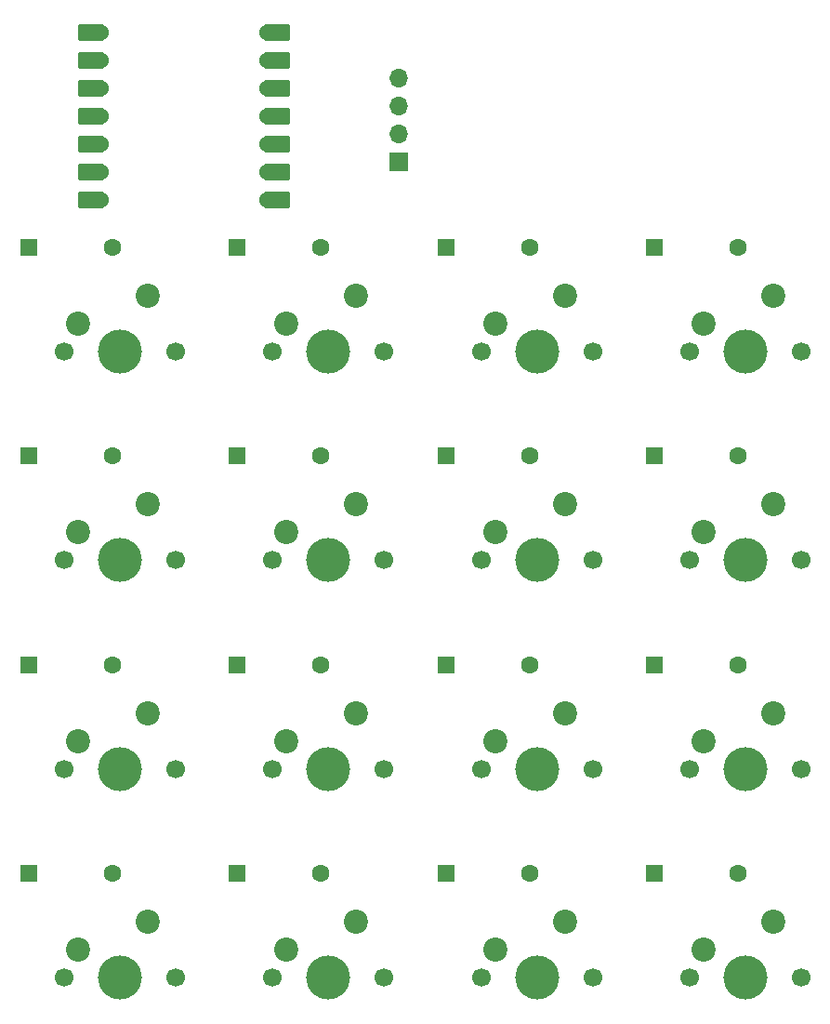
<source format=gbr>
%TF.GenerationSoftware,KiCad,Pcbnew,9.0.6*%
%TF.CreationDate,2025-12-06T16:02:11-05:00*%
%TF.ProjectId,hackpad,6861636b-7061-4642-9e6b-696361645f70,rev?*%
%TF.SameCoordinates,Original*%
%TF.FileFunction,Soldermask,Top*%
%TF.FilePolarity,Negative*%
%FSLAX46Y46*%
G04 Gerber Fmt 4.6, Leading zero omitted, Abs format (unit mm)*
G04 Created by KiCad (PCBNEW 9.0.6) date 2025-12-06 16:02:11*
%MOMM*%
%LPD*%
G01*
G04 APERTURE LIST*
G04 Aperture macros list*
%AMRoundRect*
0 Rectangle with rounded corners*
0 $1 Rounding radius*
0 $2 $3 $4 $5 $6 $7 $8 $9 X,Y pos of 4 corners*
0 Add a 4 corners polygon primitive as box body*
4,1,4,$2,$3,$4,$5,$6,$7,$8,$9,$2,$3,0*
0 Add four circle primitives for the rounded corners*
1,1,$1+$1,$2,$3*
1,1,$1+$1,$4,$5*
1,1,$1+$1,$6,$7*
1,1,$1+$1,$8,$9*
0 Add four rect primitives between the rounded corners*
20,1,$1+$1,$2,$3,$4,$5,0*
20,1,$1+$1,$4,$5,$6,$7,0*
20,1,$1+$1,$6,$7,$8,$9,0*
20,1,$1+$1,$8,$9,$2,$3,0*%
G04 Aperture macros list end*
%ADD10RoundRect,0.250000X-0.550000X-0.550000X0.550000X-0.550000X0.550000X0.550000X-0.550000X0.550000X0*%
%ADD11C,1.600000*%
%ADD12C,1.700000*%
%ADD13C,4.000000*%
%ADD14C,2.200000*%
%ADD15R,1.700000X1.700000*%
%ADD16O,1.700000X1.700000*%
%ADD17RoundRect,0.152400X1.063600X0.609600X-1.063600X0.609600X-1.063600X-0.609600X1.063600X-0.609600X0*%
%ADD18C,1.524000*%
%ADD19RoundRect,0.152400X-1.063600X-0.609600X1.063600X-0.609600X1.063600X0.609600X-1.063600X0.609600X0*%
G04 APERTURE END LIST*
D10*
%TO.C,D6*%
X93190000Y-84000000D03*
D11*
X100810000Y-84000000D03*
%TD*%
D12*
%TO.C,SW4*%
X134420000Y-74500000D03*
D13*
X139500000Y-74500000D03*
D12*
X144580000Y-74500000D03*
D14*
X142040000Y-69420000D03*
X135690000Y-71960000D03*
%TD*%
D12*
%TO.C,SW14*%
X96420000Y-131500000D03*
D13*
X101500000Y-131500000D03*
D12*
X106580000Y-131500000D03*
D14*
X104040000Y-126420000D03*
X97690000Y-128960000D03*
%TD*%
D12*
%TO.C,SW13*%
X77420000Y-131500000D03*
D13*
X82500000Y-131500000D03*
D12*
X87580000Y-131500000D03*
D14*
X85040000Y-126420000D03*
X78690000Y-128960000D03*
%TD*%
D12*
%TO.C,SW12*%
X134420000Y-112500000D03*
D13*
X139500000Y-112500000D03*
D12*
X144580000Y-112500000D03*
D14*
X142040000Y-107420000D03*
X135690000Y-109960000D03*
%TD*%
D10*
%TO.C,D2*%
X93190000Y-65000000D03*
D11*
X100810000Y-65000000D03*
%TD*%
D10*
%TO.C,D14*%
X93190000Y-122000000D03*
D11*
X100810000Y-122000000D03*
%TD*%
D12*
%TO.C,SW10*%
X96420000Y-112500000D03*
D13*
X101500000Y-112500000D03*
D12*
X106580000Y-112500000D03*
D14*
X104040000Y-107420000D03*
X97690000Y-109960000D03*
%TD*%
D12*
%TO.C,SW5*%
X77420000Y-93500000D03*
D13*
X82500000Y-93500000D03*
D12*
X87580000Y-93500000D03*
D14*
X85040000Y-88420000D03*
X78690000Y-90960000D03*
%TD*%
D10*
%TO.C,D15*%
X112190000Y-122000000D03*
D11*
X119810000Y-122000000D03*
%TD*%
D12*
%TO.C,SW7*%
X115420000Y-93500000D03*
D13*
X120500000Y-93500000D03*
D12*
X125580000Y-93500000D03*
D14*
X123040000Y-88420000D03*
X116690000Y-90960000D03*
%TD*%
D12*
%TO.C,SW16*%
X134420000Y-131500000D03*
D13*
X139500000Y-131500000D03*
D12*
X144580000Y-131500000D03*
D14*
X142040000Y-126420000D03*
X135690000Y-128960000D03*
%TD*%
D12*
%TO.C,SW8*%
X134420000Y-93500000D03*
D13*
X139500000Y-93500000D03*
D12*
X144580000Y-93500000D03*
D14*
X142040000Y-88420000D03*
X135690000Y-90960000D03*
%TD*%
D12*
%TO.C,SW6*%
X96420000Y-93500000D03*
D13*
X101500000Y-93500000D03*
D12*
X106580000Y-93500000D03*
D14*
X104040000Y-88420000D03*
X97690000Y-90960000D03*
%TD*%
D10*
%TO.C,D9*%
X74190000Y-103000000D03*
D11*
X81810000Y-103000000D03*
%TD*%
D12*
%TO.C,SW2*%
X96420000Y-74500000D03*
D13*
X101500000Y-74500000D03*
D12*
X106580000Y-74500000D03*
D14*
X104040000Y-69420000D03*
X97690000Y-71960000D03*
%TD*%
D10*
%TO.C,D4*%
X131190000Y-65000000D03*
D11*
X138810000Y-65000000D03*
%TD*%
D10*
%TO.C,D10*%
X93190000Y-103000000D03*
D11*
X100810000Y-103000000D03*
%TD*%
D12*
%TO.C,SW9*%
X77420000Y-112500000D03*
D13*
X82500000Y-112500000D03*
D12*
X87580000Y-112500000D03*
D14*
X85040000Y-107420000D03*
X78690000Y-109960000D03*
%TD*%
D15*
%TO.C,U2*%
X107885000Y-57195000D03*
D16*
X107885000Y-54655000D03*
X107885000Y-52115000D03*
X107885000Y-49575000D03*
%TD*%
D12*
%TO.C,SW11*%
X115420000Y-112500000D03*
D13*
X120500000Y-112500000D03*
D12*
X125580000Y-112500000D03*
D14*
X123040000Y-107420000D03*
X116690000Y-109960000D03*
%TD*%
D10*
%TO.C,D8*%
X131190000Y-84000000D03*
D11*
X138810000Y-84000000D03*
%TD*%
D10*
%TO.C,D7*%
X112190000Y-84000000D03*
D11*
X119810000Y-84000000D03*
%TD*%
D12*
%TO.C,SW1*%
X77420000Y-74500000D03*
D13*
X82500000Y-74500000D03*
D12*
X87580000Y-74500000D03*
D14*
X85040000Y-69420000D03*
X78690000Y-71960000D03*
%TD*%
D10*
%TO.C,D5*%
X74190000Y-84000000D03*
D11*
X81810000Y-84000000D03*
%TD*%
D10*
%TO.C,D13*%
X74190000Y-122000000D03*
D11*
X81810000Y-122000000D03*
%TD*%
D10*
%TO.C,D16*%
X131190000Y-122000000D03*
D11*
X138810000Y-122000000D03*
%TD*%
D10*
%TO.C,D1*%
X74190000Y-65000000D03*
D11*
X81810000Y-65000000D03*
%TD*%
D10*
%TO.C,D3*%
X112190000Y-65000000D03*
D11*
X119810000Y-65000000D03*
%TD*%
D12*
%TO.C,SW15*%
X115420000Y-131500000D03*
D13*
X120500000Y-131500000D03*
D12*
X125580000Y-131500000D03*
D14*
X123040000Y-126420000D03*
X116690000Y-128960000D03*
%TD*%
D10*
%TO.C,D11*%
X112190000Y-103000000D03*
D11*
X119810000Y-103000000D03*
%TD*%
D10*
%TO.C,D12*%
X131190000Y-103000000D03*
D11*
X138810000Y-103000000D03*
%TD*%
D12*
%TO.C,SW3*%
X115420000Y-74500000D03*
D13*
X120500000Y-74500000D03*
D12*
X125580000Y-74500000D03*
D14*
X123040000Y-69420000D03*
X116690000Y-71960000D03*
%TD*%
D17*
%TO.C,U1*%
X79925000Y-45500000D03*
D18*
X80760000Y-45500000D03*
D17*
X79925000Y-48040000D03*
D18*
X80760000Y-48040000D03*
D17*
X79925000Y-50580000D03*
D18*
X80760000Y-50580000D03*
D17*
X79925000Y-53120000D03*
D18*
X80760000Y-53120000D03*
D17*
X79925000Y-55660000D03*
D18*
X80760000Y-55660000D03*
D17*
X79925000Y-58200000D03*
D18*
X80760000Y-58200000D03*
D17*
X79925000Y-60740000D03*
D18*
X80760000Y-60740000D03*
X96000000Y-60740000D03*
D19*
X96835000Y-60740000D03*
D18*
X96000000Y-58200000D03*
D19*
X96835000Y-58200000D03*
D18*
X96000000Y-55660000D03*
D19*
X96835000Y-55660000D03*
D18*
X96000000Y-53120000D03*
D19*
X96835000Y-53120000D03*
D18*
X96000000Y-50580000D03*
D19*
X96835000Y-50580000D03*
D18*
X96000000Y-48040000D03*
D19*
X96835000Y-48040000D03*
D18*
X96000000Y-45500000D03*
D19*
X96835000Y-45500000D03*
%TD*%
M02*

</source>
